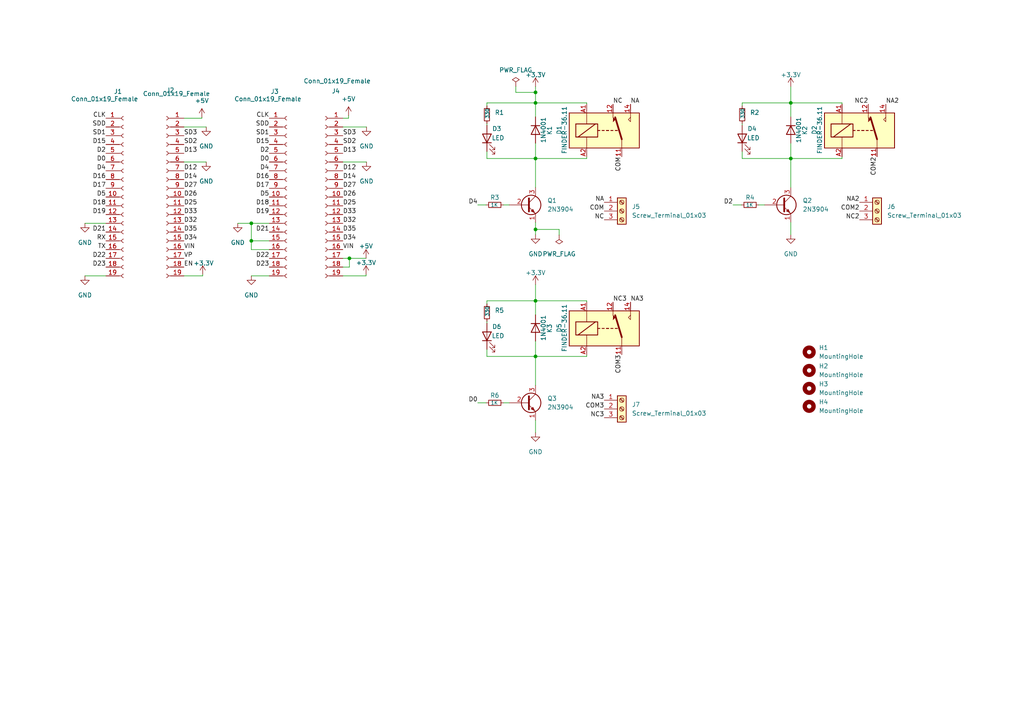
<source format=kicad_sch>
(kicad_sch (version 20211123) (generator eeschema)
  (paper "A4")
  (lib_symbols
    (symbol "Connector:Conn_01x19_Female" (pin_names (offset 1.016) hide)
      (property "Reference" "J" (at 0 25.4 0))
      (property "Value" "Conn_01x19_Female" (at 0 -25.4 0))
      (symbol "Conn_01x19_Female_1_1"
        (arc (start 0 -22.352) (mid -0.508 -22.86) (end 0 -23.368) (stroke (width 0.1524)))
        (arc (start 0 -19.812) (mid -0.508 -20.32) (end 0 -20.828) (stroke (width 0.1524)))
        (arc (start 0 -17.272) (mid -0.508 -17.78) (end 0 -18.288) (stroke (width 0.1524)))
        (arc (start 0 -14.732) (mid -0.508 -15.24) (end 0 -15.748) (stroke (width 0.1524)))
        (arc (start 0 -12.192) (mid -0.508 -12.7) (end 0 -13.208) (stroke (width 0.1524)))
        (arc (start 0 -9.652) (mid -0.508 -10.16) (end 0 -10.668) (stroke (width 0.1524)))
        (arc (start 0 -7.112) (mid -0.508 -7.62) (end 0 -8.128) (stroke (width 0.1524)))
        (arc (start 0 -4.572) (mid -0.508 -5.08) (end 0 -5.588) (stroke (width 0.1524)))
        (arc (start 0 -2.032) (mid -0.508 -2.54) (end 0 -3.048) (stroke (width 0.1524)))
        (polyline (pts (xy -1.27 -22.86) (xy -0.508 -22.86)) (stroke (width 0.1524)))
        (polyline (pts (xy -1.27 -20.32) (xy -0.508 -20.32)) (stroke (width 0.1524)))
        (polyline (pts (xy -1.27 -17.78) (xy -0.508 -17.78)) (stroke (width 0.1524)))
        (polyline (pts (xy -1.27 -15.24) (xy -0.508 -15.24)) (stroke (width 0.1524)))
        (polyline (pts (xy -1.27 -12.7) (xy -0.508 -12.7)) (stroke (width 0.1524)))
        (polyline (pts (xy -1.27 -10.16) (xy -0.508 -10.16)) (stroke (width 0.1524)))
        (polyline (pts (xy -1.27 -7.62) (xy -0.508 -7.62)) (stroke (width 0.1524)))
        (polyline (pts (xy -1.27 -5.08) (xy -0.508 -5.08)) (stroke (width 0.1524)))
        (polyline (pts (xy -1.27 -2.54) (xy -0.508 -2.54)) (stroke (width 0.1524)))
        (polyline (pts (xy -1.27 0) (xy -0.508 0)) (stroke (width 0.1524)))
        (polyline (pts (xy -1.27 2.54) (xy -0.508 2.54)) (stroke (width 0.1524)))
        (polyline (pts (xy -1.27 5.08) (xy -0.508 5.08)) (stroke (width 0.1524)))
        (polyline (pts (xy -1.27 7.62) (xy -0.508 7.62)) (stroke (width 0.1524)))
        (polyline (pts (xy -1.27 10.16) (xy -0.508 10.16)) (stroke (width 0.1524)))
        (polyline (pts (xy -1.27 12.7) (xy -0.508 12.7)) (stroke (width 0.1524)))
        (polyline (pts (xy -1.27 15.24) (xy -0.508 15.24)) (stroke (width 0.1524)))
        (polyline (pts (xy -1.27 17.78) (xy -0.508 17.78)) (stroke (width 0.1524)))
        (polyline (pts (xy -1.27 20.32) (xy -0.508 20.32)) (stroke (width 0.1524)))
        (polyline (pts (xy -1.27 22.86) (xy -0.508 22.86)) (stroke (width 0.1524)))
        (arc (start 0 0.508) (mid -0.508 0) (end 0 -0.508) (stroke (width 0.1524)))
        (arc (start 0 3.048) (mid -0.508 2.54) (end 0 2.032) (stroke (width 0.1524)))
        (arc (start 0 5.588) (mid -0.508 5.08) (end 0 4.572) (stroke (width 0.1524)))
        (arc (start 0 8.128) (mid -0.508 7.62) (end 0 7.112) (stroke (width 0.1524)))
        (arc (start 0 10.668) (mid -0.508 10.16) (end 0 9.652) (stroke (width 0.1524)))
        (arc (start 0 13.208) (mid -0.508 12.7) (end 0 12.192) (stroke (width 0.1524)))
        (arc (start 0 15.748) (mid -0.508 15.24) (end 0 14.732) (stroke (width 0.1524)))
        (arc (start 0 18.288) (mid -0.508 17.78) (end 0 17.272) (stroke (width 0.1524)))
        (arc (start 0 20.828) (mid -0.508 20.32) (end 0 19.812) (stroke (width 0.1524)))
        (arc (start 0 23.368) (mid -0.508 22.86) (end 0 22.352) (stroke (width 0.1524)))
        (pin passive line (at -5.08 22.86 0) (length 3.81) (name "Pin_1") (number "1"))
        (pin passive line (at -5.08 0 0) (length 3.81) (name "Pin_10") (number "10"))
        (pin passive line (at -5.08 -2.54 0) (length 3.81) (name "Pin_11") (number "11"))
        (pin passive line (at -5.08 -5.08 0) (length 3.81) (name "Pin_12") (number "12"))
        (pin passive line (at -5.08 -7.62 0) (length 3.81) (name "Pin_13") (number "13"))
        (pin passive line (at -5.08 -10.16 0) (length 3.81) (name "Pin_14") (number "14"))
        (pin passive line (at -5.08 -12.7 0) (length 3.81) (name "Pin_15") (number "15"))
        (pin passive line (at -5.08 -15.24 0) (length 3.81) (name "Pin_16") (number "16"))
        (pin passive line (at -5.08 -17.78 0) (length 3.81) (name "Pin_17") (number "17"))
        (pin passive line (at -5.08 -20.32 0) (length 3.81) (name "Pin_18") (number "18"))
        (pin passive line (at -5.08 -22.86 0) (length 3.81) (name "Pin_19") (number "19"))
        (pin passive line (at -5.08 20.32 0) (length 3.81) (name "Pin_2") (number "2"))
        (pin passive line (at -5.08 17.78 0) (length 3.81) (name "Pin_3") (number "3"))
        (pin passive line (at -5.08 15.24 0) (length 3.81) (name "Pin_4") (number "4"))
        (pin passive line (at -5.08 12.7 0) (length 3.81) (name "Pin_5") (number "5"))
        (pin passive line (at -5.08 10.16 0) (length 3.81) (name "Pin_6") (number "6"))
        (pin passive line (at -5.08 7.62 0) (length 3.81) (name "Pin_7") (number "7"))
        (pin passive line (at -5.08 5.08 0) (length 3.81) (name "Pin_8") (number "8"))
        (pin passive line (at -5.08 2.54 0) (length 3.81) (name "Pin_9") (number "9"))
      )
    )
    (symbol "Connector:Screw_Terminal_01x03" (pin_names (offset 1.016) hide)
      (property "Reference" "J" (at 0 5.08 0))
      (property "Value" "Screw_Terminal_01x03" (at 0 -5.08 0))
      (symbol "Screw_Terminal_01x03_1_1"
        (rectangle (start -1.27 3.81) (end 1.27 -3.81) (stroke (width 0.254)) (fill (type background)))
        (circle (center 0 -2.54) (radius 0.635) (stroke (width 0.1524)))
        (polyline (pts (xy -0.5334 -2.2098) (xy 0.3302 -3.048)) (stroke (width 0.1524)))
        (polyline (pts (xy -0.5334 0.3302) (xy 0.3302 -0.508)) (stroke (width 0.1524)))
        (polyline (pts (xy -0.5334 2.8702) (xy 0.3302 2.032)) (stroke (width 0.1524)))
        (polyline (pts (xy -0.3556 -2.032) (xy 0.508 -2.8702)) (stroke (width 0.1524)))
        (polyline (pts (xy -0.3556 0.508) (xy 0.508 -0.3302)) (stroke (width 0.1524)))
        (polyline (pts (xy -0.3556 3.048) (xy 0.508 2.2098)) (stroke (width 0.1524)))
        (circle (center 0 0) (radius 0.635) (stroke (width 0.1524)))
        (circle (center 0 2.54) (radius 0.635) (stroke (width 0.1524)))
        (pin passive line (at -5.08 2.54 0) (length 3.81) (name "Pin_1") (number "1"))
        (pin passive line (at -5.08 0 0) (length 3.81) (name "Pin_2") (number "2"))
        (pin passive line (at -5.08 -2.54 0) (length 3.81) (name "Pin_3") (number "3"))
      )
    )
    (symbol "Device:LED" (pin_numbers hide) (pin_names (offset 1.016) hide)
      (property "Reference" "D" (at 0 2.54 0))
      (property "Value" "LED" (at 0 -2.54 0))
      (symbol "LED_0_1"
        (polyline (pts (xy -1.27 -1.27) (xy -1.27 1.27)) (stroke (width 0.254)))
        (polyline (pts (xy -1.27 0) (xy 1.27 0)))
        (polyline (pts (xy 1.27 -1.27) (xy 1.27 1.27) (xy -1.27 0) (xy 1.27 -1.27)) (stroke (width 0.254)))
        (polyline (pts (xy -3.048 -0.762) (xy -4.572 -2.286) (xy -3.81 -2.286) (xy -4.572 -2.286) (xy -4.572 -1.524)))
        (polyline (pts (xy -1.778 -0.762) (xy -3.302 -2.286) (xy -2.54 -2.286) (xy -3.302 -2.286) (xy -3.302 -1.524)))
      )
      (symbol "LED_1_1"
        (pin passive line (at -3.81 0 0) (length 2.54) (name "K") (number "1"))
        (pin passive line (at 3.81 0 180) (length 2.54) (name "A") (number "2"))
      )
    )
    (symbol "Device:R_Small" (pin_numbers hide) (pin_names (offset 0.254) hide)
      (property "Reference" "R" (at 0.762 0.508 0))
      (property "Value" "R_Small" (at 0.762 -1.016 0))
      (symbol "R_Small_0_1"
        (rectangle (start -0.762 1.778) (end 0.762 -1.778) (stroke (width 0.2032)))
      )
      (symbol "R_Small_1_1"
        (pin passive line (at 0 2.54 270) (length 0.762) (name "~") (number "1"))
        (pin passive line (at 0 -2.54 90) (length 0.762) (name "~") (number "2"))
      )
    )
    (symbol "Diode:1N4001" (pin_numbers hide) (pin_names hide)
      (property "Reference" "D" (at 0 2.54 0))
      (property "Value" "1N4001" (at 0 -2.54 0))
      (symbol "1N4001_0_1"
        (polyline (pts (xy -1.27 1.27) (xy -1.27 -1.27)) (stroke (width 0.254)))
        (polyline (pts (xy 1.27 0) (xy -1.27 0)))
        (polyline (pts (xy 1.27 1.27) (xy 1.27 -1.27) (xy -1.27 0) (xy 1.27 1.27)) (stroke (width 0.254)))
      )
      (symbol "1N4001_1_1"
        (pin passive line (at -3.81 0 0) (length 2.54) (name "K") (number "1"))
        (pin passive line (at 3.81 0 180) (length 2.54) (name "A") (number "2"))
      )
    )
    (symbol "Mechanical:MountingHole" (pin_names (offset 1.016))
      (property "Reference" "H" (at 0 5.08 0))
      (property "Value" "MountingHole" (at 0 3.175 0))
      (symbol "MountingHole_0_1"
        (circle (center 0 0) (radius 1.27) (stroke (width 1.27)))
      )
    )
    (symbol "Relay:FINDER-36.11"
      (property "Reference" "K" (at 11.43 3.81 0))
      (property "Value" "FINDER-36.11" (at 11.43 1.27 0))
      (symbol "FINDER-36.11_0_0"
        (polyline (pts (xy 2.54 3.81) (xy 2.54 5.08)))
        (polyline (pts (xy 7.62 3.81) (xy 7.62 5.08)))
        (polyline (pts (xy 7.62 3.81) (xy 7.62 2.54) (xy 6.985 3.175) (xy 7.62 3.81)))
      )
      (symbol "FINDER-36.11_0_1"
        (rectangle (start -10.16 5.08) (end 10.16 -5.08) (stroke (width 0.254)) (fill (type background)))
        (rectangle (start -8.255 1.905) (end -1.905 -1.905) (stroke (width 0.254)))
        (polyline (pts (xy -7.62 -1.905) (xy -2.54 1.905)) (stroke (width 0.254)))
        (polyline (pts (xy -5.08 -5.08) (xy -5.08 -1.905)))
        (polyline (pts (xy -5.08 5.08) (xy -5.08 1.905)))
        (polyline (pts (xy -1.905 0) (xy -1.27 0)) (stroke (width 0.254)))
        (polyline (pts (xy -0.635 0) (xy 0 0)) (stroke (width 0.254)))
        (polyline (pts (xy 0.635 0) (xy 1.27 0)) (stroke (width 0.254)))
        (polyline (pts (xy 0.635 0) (xy 1.27 0)) (stroke (width 0.254)))
        (polyline (pts (xy 1.905 0) (xy 2.54 0)) (stroke (width 0.254)))
        (polyline (pts (xy 3.175 0) (xy 3.81 0)) (stroke (width 0.254)))
        (polyline (pts (xy 5.08 -2.54) (xy 3.175 3.81)) (stroke (width 0.508)))
        (polyline (pts (xy 5.08 -2.54) (xy 5.08 -5.08)))
        (polyline (pts (xy 2.54 2.54) (xy 3.175 3.175) (xy 2.54 3.81)) (fill (type outline)))
      )
      (symbol "FINDER-36.11_1_1"
        (pin passive line (at 5.08 -7.62 90) (length 2.54) (name "~") (number "11"))
        (pin passive line (at 2.54 7.62 270) (length 2.54) (name "~") (number "12"))
        (pin passive line (at 7.62 7.62 270) (length 2.54) (name "~") (number "14"))
        (pin passive line (at -5.08 7.62 270) (length 2.54) (name "~") (number "A1"))
        (pin passive line (at -5.08 -7.62 90) (length 2.54) (name "~") (number "A2"))
      )
    )
    (symbol "Transistor_BJT:2N3904" (pin_names (offset 0) hide)
      (property "Reference" "Q" (at 5.08 1.905 0))
      (property "Value" "2N3904" (at 5.08 0 0))
      (symbol "2N3904_0_1"
        (polyline (pts (xy 0.635 0.635) (xy 2.54 2.54)))
        (polyline (pts (xy 0.635 -0.635) (xy 2.54 -2.54) (xy 2.54 -2.54)))
        (polyline (pts (xy 0.635 1.905) (xy 0.635 -1.905) (xy 0.635 -1.905)) (stroke (width 0.508)))
        (polyline (pts (xy 1.27 -1.778) (xy 1.778 -1.27) (xy 2.286 -2.286) (xy 1.27 -1.778) (xy 1.27 -1.778)) (fill (type outline)))
        (circle (center 1.27 0) (radius 2.8194) (stroke (width 0.254)))
      )
      (symbol "2N3904_1_1"
        (pin passive line (at 2.54 -5.08 90) (length 2.54) (name "E") (number "1"))
        (pin passive line (at -5.08 0 0) (length 5.715) (name "B") (number "2"))
        (pin passive line (at 2.54 5.08 270) (length 2.54) (name "C") (number "3"))
      )
    )
    (symbol "power:+3.3V" (power) (pin_names (offset 0))
      (property "Value" "+3.3V" (at 0 3.556 0))
      (symbol "+3.3V_0_1"
        (polyline (pts (xy -0.762 1.27) (xy 0 2.54)))
        (polyline (pts (xy 0 0) (xy 0 2.54)))
        (polyline (pts (xy 0 2.54) (xy 0.762 1.27)))
      )
      (symbol "+3.3V_1_1"
        (pin power_in line (at 0 0 90) (length 0) hide (name "+3.3V") (number "1"))
      )
    )
    (symbol "power:+5V" (power) (pin_names (offset 0))
      (property "Value" "+5V" (at 0 3.556 0))
      (symbol "+5V_0_1"
        (polyline (pts (xy -0.762 1.27) (xy 0 2.54)))
        (polyline (pts (xy 0 0) (xy 0 2.54)))
        (polyline (pts (xy 0 2.54) (xy 0.762 1.27)))
      )
      (symbol "+5V_1_1"
        (pin power_in line (at 0 0 90) (length 0) hide (name "+5V") (number "1"))
      )
    )
    (symbol "power:GND" (power) (pin_names (offset 0))
      (property "Value" "GND" (at 0 -3.81 0))
      (symbol "GND_0_1"
        (polyline (pts (xy 0 0) (xy 0 -1.27) (xy 1.27 -1.27) (xy 0 -2.54) (xy -1.27 -1.27) (xy 0 -1.27)))
      )
      (symbol "GND_1_1"
        (pin power_in line (at 0 0 270) (length 0) hide (name "GND") (number "1"))
      )
    )
    (symbol "power:PWR_FLAG" (power) (pin_numbers hide) (pin_names (offset 0) hide)
      (property "Value" "PWR_FLAG" (at 0 3.81 0))
      (symbol "PWR_FLAG_0_0"
        (pin power_out line (at 0 0 90) (length 0) (name "pwr") (number "1"))
      )
      (symbol "PWR_FLAG_0_1"
        (polyline (pts (xy 0 0) (xy 0 1.27) (xy -1.016 1.905) (xy 0 2.54) (xy 1.016 1.905) (xy 0 1.27)))
      )
    )
  )
  (junction (at 155.321 29.845))
  (junction (at 155.321 66.548))
  (junction (at 155.321 103.378))
  (junction (at 155.321 45.974))
  (junction (at 72.898 64.77))
  (junction (at 72.898 69.85))
  (junction (at 155.321 26.797))
  (junction (at 229.362 45.974))
  (junction (at 155.321 87.249))
  (junction (at 101.346 74.93))
  (junction (at 229.362 29.845))
  (wire (pts (xy 146.05 59.436) (xy 147.701 59.436)))
  (wire (pts (xy 53.34 36.83) (xy 59.817 36.83)))
  (wire (pts (xy 58.547 34.29) (xy 58.547 34.036)))
  (wire (pts (xy 99.441 34.29) (xy 101.092 34.29)))
  (wire (pts (xy 155.321 45.974) (xy 170.18 45.974)))
  (wire (pts (xy 141.224 43.942) (xy 141.224 45.974)))
  (wire (pts (xy 99.441 80.01) (xy 106.172 80.01)))
  (wire (pts (xy 229.362 29.845) (xy 215.265 29.845)))
  (wire (pts (xy 78.105 72.39) (xy 72.898 72.39)))
  (wire (pts (xy 170.18 29.845) (xy 170.18 30.226)))
  (wire (pts (xy 170.18 87.249) (xy 170.18 87.63)))
  (wire (pts (xy 162.179 66.548) (xy 155.321 66.548)))
  (wire (pts (xy 101.346 77.47) (xy 101.346 74.93)))
  (wire (pts (xy 229.362 45.974) (xy 244.221 45.974)))
  (wire (pts (xy 53.34 80.01) (xy 58.801 80.01)))
  (wire (pts (xy 141.224 35.814) (xy 141.224 36.322)))
  (wire (pts (xy 155.321 82.55) (xy 155.321 87.249)))
  (wire (pts (xy 106.172 80.01) (xy 106.172 79.629)))
  (wire (pts (xy 146.05 116.84) (xy 147.701 116.84)))
  (wire (pts (xy 72.898 80.01) (xy 78.105 80.01)))
  (wire (pts (xy 53.34 34.29) (xy 58.547 34.29)))
  (wire (pts (xy 138.557 116.84) (xy 140.97 116.84)))
  (wire (pts (xy 99.441 74.93) (xy 101.346 74.93)))
  (wire (pts (xy 68.961 64.77) (xy 72.898 64.77)))
  (wire (pts (xy 101.092 33.528) (xy 101.092 34.29)))
  (wire (pts (xy 141.224 103.378) (xy 155.321 103.378)))
  (wire (pts (xy 229.362 29.845) (xy 244.221 29.845)))
  (wire (pts (xy 155.321 45.974) (xy 155.321 54.356)))
  (wire (pts (xy 162.179 68.199) (xy 162.179 66.548)))
  (wire (pts (xy 155.321 29.845) (xy 141.224 29.845)))
  (wire (pts (xy 72.898 64.77) (xy 72.898 69.85)))
  (wire (pts (xy 155.321 87.249) (xy 141.224 87.249)))
  (wire (pts (xy 141.224 101.346) (xy 141.224 103.378)))
  (wire (pts (xy 155.321 103.378) (xy 170.18 103.378)))
  (wire (pts (xy 149.606 25.019) (xy 149.606 26.797)))
  (wire (pts (xy 155.321 41.529) (xy 155.321 45.974)))
  (wire (pts (xy 141.224 93.218) (xy 141.224 93.726)))
  (wire (pts (xy 215.265 43.942) (xy 215.265 45.974)))
  (wire (pts (xy 155.321 29.845) (xy 170.18 29.845)))
  (wire (pts (xy 215.265 45.974) (xy 229.362 45.974)))
  (wire (pts (xy 155.321 87.249) (xy 170.18 87.249)))
  (wire (pts (xy 138.557 59.436) (xy 140.97 59.436)))
  (wire (pts (xy 72.898 72.39) (xy 72.898 69.85)))
  (wire (pts (xy 24.638 80.01) (xy 30.734 80.01)))
  (wire (pts (xy 244.221 45.974) (xy 244.221 45.466)))
  (wire (pts (xy 155.321 29.845) (xy 155.321 33.909)))
  (wire (pts (xy 155.321 64.516) (xy 155.321 66.548)))
  (wire (pts (xy 141.224 45.974) (xy 155.321 45.974)))
  (wire (pts (xy 141.224 87.249) (xy 141.224 88.138)))
  (wire (pts (xy 99.441 36.83) (xy 106.299 36.83)))
  (wire (pts (xy 101.346 74.93) (xy 106.172 74.93)))
  (wire (pts (xy 155.321 98.933) (xy 155.321 103.378)))
  (wire (pts (xy 78.105 69.85) (xy 72.898 69.85)))
  (wire (pts (xy 155.321 26.797) (xy 155.321 29.845)))
  (wire (pts (xy 220.091 59.436) (xy 221.742 59.436)))
  (wire (pts (xy 155.321 103.378) (xy 155.321 111.76)))
  (wire (pts (xy 58.801 80.01) (xy 58.801 79.629)))
  (wire (pts (xy 24.638 64.77) (xy 30.734 64.77)))
  (wire (pts (xy 229.362 64.516) (xy 229.362 68.072)))
  (wire (pts (xy 215.265 29.845) (xy 215.265 30.734)))
  (wire (pts (xy 155.321 121.92) (xy 155.321 125.476)))
  (wire (pts (xy 155.321 87.249) (xy 155.321 91.313)))
  (wire (pts (xy 149.606 26.797) (xy 155.321 26.797)))
  (wire (pts (xy 229.362 41.529) (xy 229.362 45.974)))
  (wire (pts (xy 155.321 66.548) (xy 155.321 68.072)))
  (wire (pts (xy 229.362 29.845) (xy 229.362 33.909)))
  (wire (pts (xy 170.18 103.378) (xy 170.18 102.87)))
  (wire (pts (xy 212.598 59.436) (xy 215.011 59.436)))
  (wire (pts (xy 155.321 25.146) (xy 155.321 26.797)))
  (wire (pts (xy 53.34 46.99) (xy 59.817 46.99)))
  (wire (pts (xy 229.362 25.146) (xy 229.362 29.845)))
  (wire (pts (xy 99.441 77.47) (xy 101.346 77.47)))
  (wire (pts (xy 141.224 29.845) (xy 141.224 30.734)))
  (wire (pts (xy 229.362 45.974) (xy 229.362 54.356)))
  (wire (pts (xy 99.441 46.99) (xy 106.299 46.99)))
  (wire (pts (xy 215.265 35.814) (xy 215.265 36.322)))
  (wire (pts (xy 72.898 64.77) (xy 78.105 64.77)))
  (wire (pts (xy 244.221 29.845) (xy 244.221 30.226)))
  (wire (pts (xy 170.18 45.974) (xy 170.18 45.466)))
  (label "D17" (at 30.734 54.61 180))
  (label "D19" (at 78.105 62.23 180))
  (label "TX" (at 30.734 72.39 180))
  (label "NC2" (at 249.301 63.754 180))
  (label "D35" (at 99.441 67.31 0))
  (label "RX" (at 30.734 69.85 180))
  (label "D18" (at 30.734 59.69 180))
  (label "D27" (at 99.441 54.61 0))
  (label "SDD" (at 78.105 36.83 180))
  (label "D4" (at 30.734 49.53 180))
  (label "D21" (at 78.105 67.31 180))
  (label "D14" (at 53.34 52.07 0))
  (label "D27" (at 53.34 54.61 0))
  (label "NC3" (at 175.26 121.158 180))
  (label "VIN" (at 53.34 72.39 0))
  (label "D2" (at 78.105 44.45 180))
  (label "D26" (at 53.34 57.15 0))
  (label "D18" (at 78.105 59.69 180))
  (label "COM" (at 175.26 61.214 180))
  (label "SD2" (at 99.441 41.91 0))
  (label "D12" (at 53.34 49.53 0))
  (label "COM3" (at 175.26 118.618 180))
  (label "D13" (at 99.441 44.45 0))
  (label "COM3" (at 180.34 102.87 270))
  (label "D17" (at 78.105 54.61 180))
  (label "NC2" (at 251.841 30.226 180))
  (label "COM2" (at 249.301 61.214 180))
  (label "NA3" (at 175.26 116.078 180))
  (label "D34" (at 53.34 69.85 0))
  (label "D14" (at 99.441 52.07 0))
  (label "D22" (at 30.734 74.93 180))
  (label "D4" (at 78.105 49.53 180))
  (label "VIN" (at 99.441 72.39 0))
  (label "D2" (at 30.734 44.45 180))
  (label "SD3" (at 53.34 39.37 0))
  (label "SD1" (at 78.105 39.37 180))
  (label "SDD" (at 30.734 36.83 180))
  (label "D33" (at 53.34 62.23 0))
  (label "D19" (at 30.734 62.23 180))
  (label "D25" (at 53.34 59.69 0))
  (label "D15" (at 78.105 41.91 180))
  (label "NA2" (at 249.301 58.674 180))
  (label "SD3" (at 99.441 39.37 0))
  (label "NC" (at 177.8 30.226 0))
  (label "SD1" (at 30.734 39.37 180))
  (label "D5" (at 78.105 57.15 180))
  (label "D2" (at 212.598 59.436 180))
  (label "SD2" (at 53.34 41.91 0))
  (label "D15" (at 30.734 41.91 180))
  (label "D0" (at 138.557 116.84 180))
  (label "D21" (at 30.734 67.31 180))
  (label "CLK" (at 78.105 34.29 180))
  (label "D25" (at 99.441 59.69 0))
  (label "NC3" (at 177.8 87.63 0))
  (label "D5" (at 30.734 57.15 180))
  (label "D16" (at 30.734 52.07 180))
  (label "D23" (at 78.105 77.47 180))
  (label "NA2" (at 256.921 30.226 0))
  (label "D0" (at 30.734 46.99 180))
  (label "NA3" (at 182.88 87.63 0))
  (label "D0" (at 78.105 46.99 180))
  (label "D13" (at 53.34 44.45 0))
  (label "D33" (at 99.441 62.23 0))
  (label "D35" (at 53.34 67.31 0))
  (label "D32" (at 99.441 64.77 0))
  (label "NA" (at 175.26 58.674 180))
  (label "D22" (at 78.105 74.93 180))
  (label "D26" (at 99.441 57.15 0))
  (label "D4" (at 138.557 59.436 180))
  (label "NA" (at 182.88 30.226 0))
  (label "D34" (at 99.441 69.85 0))
  (label "EN" (at 53.34 77.47 0))
  (label "COM" (at 180.34 45.466 270))
  (label "COM2" (at 254.381 45.466 270))
  (label "D16" (at 78.105 52.07 180))
  (label "CLK" (at 30.734 34.29 180))
  (label "D23" (at 30.734 77.47 180))
  (label "D32" (at 53.34 64.77 0))
  (label "D12" (at 99.441 49.53 0))
  (label "NC" (at 175.26 63.754 180))
  (label "VP" (at 53.34 74.93 0))
  (symbol (lib_id "power:GND") (at 24.638 64.77 0) (unit 1)
    (property "Reference" "#PWR0103" (effects hide))
    (property "Value" "GND" (at 24.638 70.358 0))
  )
  (symbol (lib_id "power:PWR_FLAG") (at 149.606 25.019 0) (unit 1)
    (property "Reference" "#FLG0101" (effects hide))
    (property "Value" "PWR_FLAG" (at 149.606 20.32 0))
  )
  (symbol (lib_id "power:GND") (at 68.961 64.77 0) (unit 1)
    (property "Reference" "#PWR0107" (effects hide))
    (property "Value" "GND" (at 68.961 70.358 0))
  )
  (symbol (lib_id "power:GND") (at 155.321 125.476 0) (unit 1)
    (property "Reference" "#PWR06" (effects hide))
    (property "Value" "GND" (at 155.321 131.064 0))
  )
  (symbol (lib_id "Device:R_Small") (at 141.224 33.274 0) (unit 1)
    (property "Reference" "R1" (at 143.51 32.6389 0) (effects (justify left)))
    (property "Value" "330" (at 141.351 34.417 90) (effects (font (size 1 1)) (justify left)))
    (property "Footprint" "Resistor_SMD:R_0805_2012Metric" (effects hide))
  )
  (symbol (lib_id "Diode:1N4001") (at 229.362 37.719 270) (unit 1)
    (property "Reference" "D2" (at 236.22 37.719 0))
    (property "Value" "1N4001" (at 231.648 37.719 0))
    (property "Footprint" "Diode_SMD:D_0805_2012Metric" (effects hide))
    (property "Datasheet" "http://www.vishay.com/docs/88503/1n4001.pdf" (effects hide))
  )
  (symbol (lib_id "Mechanical:MountingHole") (at 234.696 117.856 0) (unit 1)
    (property "Reference" "H4" (at 237.49 116.5859 0) (effects (justify left)))
    (property "Value" "MountingHole" (at 237.49 119.1259 0) (effects (justify left)))
    (property "Footprint" "MountingHole:MountingHole_2.2mm_M2" (effects hide))
  )
  (symbol (lib_id "power:+3.3V") (at 106.172 79.629 0) (unit 1)
    (property "Reference" "#PWR0111" (effects hide))
    (property "Value" "+3.3V" (at 106.172 76.2 0))
  )
  (symbol (lib_id "Connector:Screw_Terminal_01x03") (at 180.34 118.618 0) (unit 1)
    (property "Reference" "J7" (at 183.261 117.3479 0) (effects (justify left)))
    (property "Value" "Screw_Terminal_01x03" (at 183.261 119.8879 0) (effects (justify left)))
    (property "Footprint" "TerminalBlock:TerminalBlock_Altech_AK300-3_P5.00mm" (effects hide))
  )
  (symbol (lib_id "Mechanical:MountingHole") (at 234.696 107.442 0) (unit 1)
    (property "Reference" "H2" (at 237.49 106.1719 0) (effects (justify left)))
    (property "Value" "MountingHole" (at 237.49 108.7119 0) (effects (justify left)))
    (property "Footprint" "MountingHole:MountingHole_2.2mm_M2" (effects hide))
  )
  (symbol (lib_id "power:+3.3V") (at 155.321 82.55 0) (unit 1)
    (property "Reference" "#PWR0114" (effects hide))
    (property "Value" "+3.3V" (at 155.321 79.121 0))
  )
  (symbol (lib_id "Connector:Conn_01x19_Female") (at 35.814 57.15 0) (unit 1)
    (property "Reference" "J1" (at 33.02 26.543 0) (effects (justify left)))
    (property "Value" "Conn_01x19_Female" (at 20.574 28.702 0) (effects (justify left)))
    (property "Footprint" "Connector_PinHeader_2.54mm:PinHeader_1x19_P2.54mm_Vertical" (effects hide))
  )
  (symbol (lib_id "power:PWR_FLAG") (at 162.179 68.199 180) (unit 1)
    (property "Reference" "#FLG0102" (effects hide))
    (property "Value" "PWR_FLAG" (at 162.179 73.66 0))
  )
  (symbol (lib_id "power:GND") (at 24.638 80.01 0) (unit 1)
    (property "Reference" "#PWR0104" (effects hide))
    (property "Value" "GND" (at 24.638 85.598 0))
  )
  (symbol (lib_id "power:GND") (at 106.299 46.99 0) (unit 1)
    (property "Reference" "#PWR0101" (effects hide))
    (property "Value" "GND" (at 106.299 52.578 0))
  )
  (symbol (lib_id "Connector:Screw_Terminal_01x03") (at 254.381 61.214 0) (unit 1)
    (property "Reference" "J6" (at 257.302 59.9439 0) (effects (justify left)))
    (property "Value" "Screw_Terminal_01x03" (at 257.302 62.4839 0) (effects (justify left)))
    (property "Footprint" "TerminalBlock:TerminalBlock_Altech_AK300-3_P5.00mm" (effects hide))
  )
  (symbol (lib_id "Connector:Conn_01x19_Female") (at 94.361 57.15 0) (mirror y) (unit 1)
    (property "Reference" "J4" (at 97.409 26.416 0))
    (property "Value" "Conn_01x19_Female" (at 97.79 23.495 0))
    (property "Footprint" "Connector_PinHeader_2.54mm:PinHeader_1x19_P2.54mm_Vertical" (effects hide))
  )
  (symbol (lib_id "Device:LED") (at 141.224 40.132 90) (unit 1)
    (property "Reference" "D3" (at 142.748 37.338 90) (effects (justify right)))
    (property "Value" "LED" (at 142.621 40.005 90) (effects (justify right)))
    (property "Footprint" "LED_SMD:LED_0805_2012Metric" (effects hide))
  )
  (symbol (lib_id "Device:R_Small") (at 143.51 116.84 90) (unit 1)
    (property "Reference" "R6" (at 143.51 114.681 90))
    (property "Value" "1K" (at 143.383 116.84 90) (effects (font (size 1 1))))
    (property "Footprint" "Resistor_SMD:R_0805_2012Metric" (effects hide))
  )
  (symbol (lib_id "power:+3.3V") (at 58.801 79.629 0) (unit 1)
    (property "Reference" "#PWR0113" (effects hide))
    (property "Value" "+3.3V" (at 59.055 76.327 0))
  )
  (symbol (lib_id "power:GND") (at 106.299 36.83 0) (unit 1)
    (property "Reference" "#PWR0102" (effects hide))
    (property "Value" "GND" (at 106.299 42.418 0))
  )
  (symbol (lib_id "power:+5V") (at 101.092 33.528 0) (unit 1)
    (property "Reference" "#PWR0109" (effects hide))
    (property "Value" "+5V" (at 101.092 28.702 0))
  )
  (symbol (lib_id "Mechanical:MountingHole") (at 234.696 102.108 0) (unit 1)
    (property "Reference" "H1" (at 237.49 100.8379 0) (effects (justify left)))
    (property "Value" "MountingHole" (at 237.49 103.3779 0) (effects (justify left)))
    (property "Footprint" "MountingHole:MountingHole_2.2mm_M2" (effects hide))
  )
  (symbol (lib_id "Diode:1N4001") (at 155.321 37.719 270) (unit 1)
    (property "Reference" "D1" (at 162.179 37.719 0))
    (property "Value" "1N4001" (at 157.607 37.719 0))
    (property "Footprint" "Diode_SMD:D_0805_2012Metric" (effects hide))
    (property "Datasheet" "http://www.vishay.com/docs/88503/1n4001.pdf" (effects hide))
  )
  (symbol (lib_id "Device:R_Small") (at 217.551 59.436 90) (unit 1)
    (property "Reference" "R4" (at 217.551 57.277 90))
    (property "Value" "1K" (at 217.424 59.436 90) (effects (font (size 1 1))))
    (property "Footprint" "Resistor_SMD:R_0805_2012Metric" (effects hide))
  )
  (symbol (lib_id "power:GND") (at 72.898 80.01 0) (unit 1)
    (property "Reference" "#PWR0106" (effects hide))
    (property "Value" "GND" (at 72.898 85.598 0))
  )
  (symbol (lib_id "Device:R_Small") (at 143.51 59.436 90) (unit 1)
    (property "Reference" "R3" (at 143.51 57.277 90))
    (property "Value" "1K" (at 143.383 59.436 90) (effects (font (size 1 1))))
    (property "Footprint" "Resistor_SMD:R_0805_2012Metric" (effects hide))
  )
  (symbol (lib_id "Transistor_BJT:2N3904") (at 226.822 59.436 0) (unit 1)
    (property "Reference" "Q2" (at 232.791 58.1659 0) (effects (justify left)))
    (property "Value" "2N3904" (at 232.791 60.7059 0) (effects (justify left)))
    (property "Footprint" "Package_TO_SOT_SMD:SOT-23" (effects hide))
    (property "Datasheet" "https://www.onsemi.com/pub/Collateral/2N3903-D.PDF" (effects hide))
  )
  (symbol (lib_id "power:GND") (at 229.362 68.072 0) (unit 1)
    (property "Reference" "#PWR04" (effects hide))
    (property "Value" "GND" (at 229.362 73.66 0))
  )
  (symbol (lib_id "Device:LED") (at 215.265 40.132 90) (unit 1)
    (property "Reference" "D4" (at 216.789 37.338 90) (effects (justify right)))
    (property "Value" "LED" (at 216.662 40.005 90) (effects (justify right)))
    (property "Footprint" "LED_SMD:LED_0805_2012Metric" (effects hide))
  )
  (symbol (lib_id "power:GND") (at 155.321 68.072 0) (unit 1)
    (property "Reference" "#PWR03" (effects hide))
    (property "Value" "GND" (at 155.321 73.66 0))
  )
  (symbol (lib_id "Connector:Conn_01x19_Female") (at 48.26 57.15 0) (mirror y) (unit 1)
    (property "Reference" "J2" (at 49.403 26.162 0))
    (property "Value" "Conn_01x19_Female" (at 51.181 27.178 0))
    (property "Footprint" "Connector_PinHeader_2.54mm:PinHeader_1x19_P2.54mm_Vertical" (effects hide))
  )
  (symbol (lib_id "power:+3.3V") (at 229.362 25.146 0) (unit 1)
    (property "Reference" "#PWR0116" (effects hide))
    (property "Value" "+3.3V" (at 229.362 21.717 0))
  )
  (symbol (lib_id "Transistor_BJT:2N3904") (at 152.781 59.436 0) (unit 1)
    (property "Reference" "Q1" (at 158.75 58.1659 0) (effects (justify left)))
    (property "Value" "2N3904" (at 158.75 60.7059 0) (effects (justify left)))
    (property "Footprint" "Package_TO_SOT_SMD:SOT-23" (effects hide))
    (property "Datasheet" "https://www.onsemi.com/pub/Collateral/2N3903-D.PDF" (effects hide))
  )
  (symbol (lib_id "power:+5V") (at 106.172 74.93 0) (unit 1)
    (property "Reference" "#PWR0110" (effects hide))
    (property "Value" "+5V" (at 106.172 71.374 0))
  )
  (symbol (lib_id "Device:R_Small") (at 141.224 90.678 0) (unit 1)
    (property "Reference" "R5" (at 143.51 90.0429 0) (effects (justify left)))
    (property "Value" "330" (at 141.351 91.821 90) (effects (font (size 1 1)) (justify left)))
    (property "Footprint" "Resistor_SMD:R_0805_2012Metric" (effects hide))
  )
  (symbol (lib_id "Relay:FINDER-36.11") (at 175.26 37.846 0) (unit 1)
    (property "Reference" "K1" (at 159.385 37.846 90))
    (property "Value" "FINDER-36.11" (at 163.703 37.719 90))
    (property "Footprint" "Relay_THT:Relay_SPDT_Finder_36.11" (effects hide))
    (property "Datasheet" "https://gfinder.findernet.com/public/attachments/36/EN/S36EN.pdf" (effects hide))
  )
  (symbol (lib_id "power:GND") (at 59.817 36.83 0) (unit 1)
    (property "Reference" "#PWR0105" (effects hide))
    (property "Value" "GND" (at 59.817 42.418 0))
  )
  (symbol (lib_id "Relay:FINDER-36.11") (at 175.26 95.25 0) (unit 1)
    (property "Reference" "K3" (at 159.385 95.25 90))
    (property "Value" "FINDER-36.11" (at 163.703 95.123 90))
    (property "Footprint" "Relay_THT:Relay_SPDT_Finder_36.11" (effects hide))
    (property "Datasheet" "https://gfinder.findernet.com/public/attachments/36/EN/S36EN.pdf" (effects hide))
  )
  (symbol (lib_id "Connector:Screw_Terminal_01x03") (at 180.34 61.214 0) (unit 1)
    (property "Reference" "J5" (at 183.261 59.9439 0) (effects (justify left)))
    (property "Value" "Screw_Terminal_01x03" (at 183.261 62.4839 0) (effects (justify left)))
    (property "Footprint" "TerminalBlock:TerminalBlock_Altech_AK300-3_P5.00mm" (effects hide))
  )
  (symbol (lib_id "Mechanical:MountingHole") (at 234.696 112.649 0) (unit 1)
    (property "Reference" "H3" (at 237.49 111.3789 0) (effects (justify left)))
    (property "Value" "MountingHole" (at 237.49 113.9189 0) (effects (justify left)))
    (property "Footprint" "MountingHole:MountingHole_2.2mm_M2" (effects hide))
  )
  (symbol (lib_id "Diode:1N4001") (at 155.321 95.123 270) (unit 1)
    (property "Reference" "D5" (at 162.179 95.123 0))
    (property "Value" "1N4001" (at 157.607 95.123 0))
    (property "Footprint" "Diode_SMD:D_0805_2012Metric" (effects hide))
    (property "Datasheet" "http://www.vishay.com/docs/88503/1n4001.pdf" (effects hide))
  )
  (symbol (lib_id "Connector:Conn_01x19_Female") (at 83.185 57.15 0) (unit 1)
    (property "Reference" "J3" (at 78.486 26.543 0) (effects (justify left)))
    (property "Value" "Conn_01x19_Female" (at 67.945 28.702 0) (effects (justify left)))
    (property "Footprint" "Connector_PinHeader_2.54mm:PinHeader_1x19_P2.54mm_Vertical" (effects hide))
  )
  (symbol (lib_id "Transistor_BJT:2N3904") (at 152.781 116.84 0) (unit 1)
    (property "Reference" "Q3" (at 158.75 115.5699 0) (effects (justify left)))
    (property "Value" "2N3904" (at 158.75 118.1099 0) (effects (justify left)))
    (property "Footprint" "Package_TO_SOT_SMD:SOT-23" (effects hide))
    (property "Datasheet" "https://www.onsemi.com/pub/Collateral/2N3903-D.PDF" (effects hide))
  )
  (symbol (lib_id "Device:R_Small") (at 215.265 33.274 0) (unit 1)
    (property "Reference" "R2" (at 217.551 32.6389 0) (effects (justify left)))
    (property "Value" "330" (at 215.392 34.417 90) (effects (font (size 1 1)) (justify left)))
    (property "Footprint" "Resistor_SMD:R_0805_2012Metric" (effects hide))
  )
  (symbol (lib_id "Relay:FINDER-36.11") (at 249.301 37.846 0) (unit 1)
    (property "Reference" "K2" (at 233.426 37.846 90))
    (property "Value" "FINDER-36.11" (at 237.744 37.719 90))
    (property "Footprint" "Relay_THT:Relay_SPDT_Finder_36.11" (effects hide))
    (property "Datasheet" "https://gfinder.findernet.com/public/attachments/36/EN/S36EN.pdf" (effects hide))
  )
  (symbol (lib_id "Device:LED") (at 141.224 97.536 90) (unit 1)
    (property "Reference" "D6" (at 142.748 94.742 90) (effects (justify right)))
    (property "Value" "LED" (at 142.621 97.409 90) (effects (justify right)))
    (property "Footprint" "LED_SMD:LED_0805_2012Metric" (effects hide))
  )
  (symbol (lib_id "power:+3.3V") (at 155.321 25.146 0) (unit 1)
    (property "Reference" "#PWR0115" (effects hide))
    (property "Value" "+3.3V" (at 155.321 21.717 0))
  )
  (symbol (lib_id "power:GND") (at 59.817 46.99 0) (unit 1)
    (property "Reference" "#PWR0108" (effects hide))
    (property "Value" "GND" (at 59.817 52.578 0))
  )
  (symbol (lib_id "power:+5V") (at 58.547 34.036 0) (unit 1)
    (property "Reference" "#PWR0112" (effects hide))
    (property "Value" "+5V" (at 58.547 29.21 0))
  )
)
</source>
